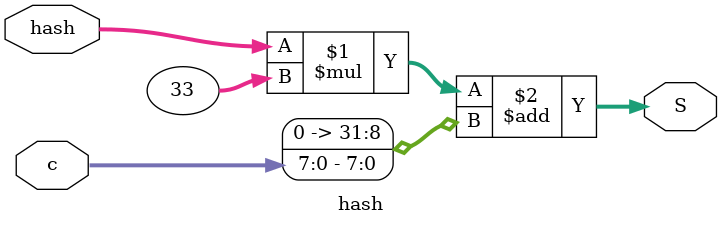
<source format=v>
module hash(
  input [31:0] hash,
  input [7:0] c,
  output wire [31:0]S
);
  assign S = hash*33+{24'b0,c};

endmodule

</source>
